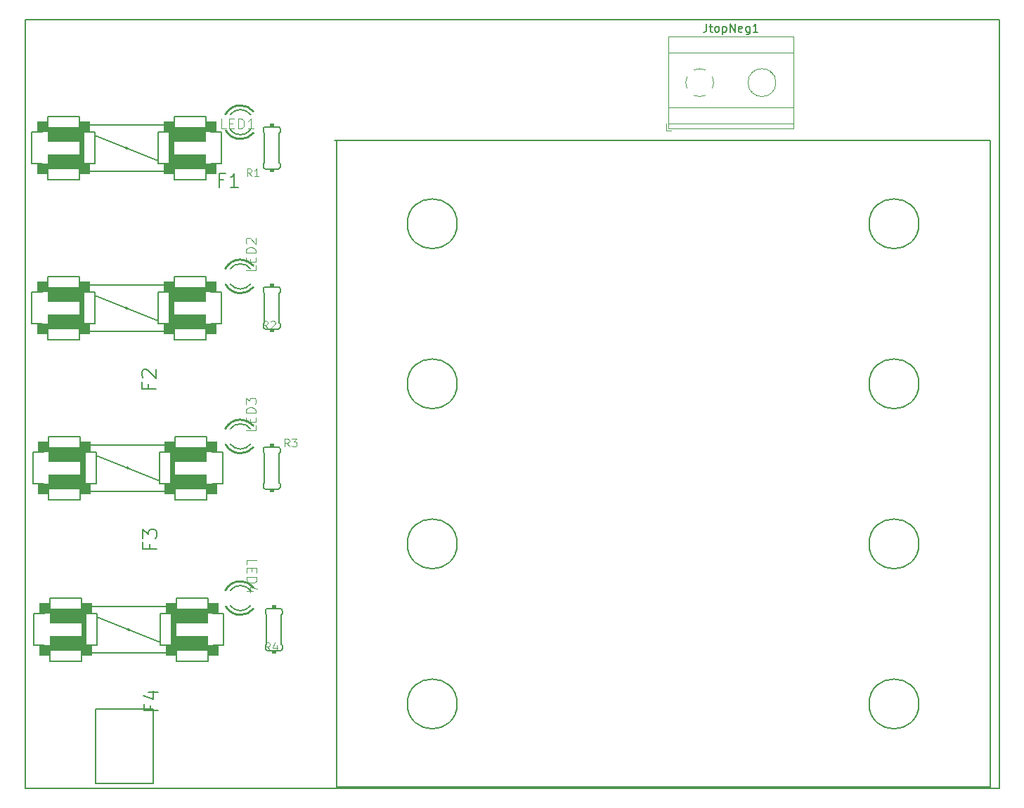
<source format=gbr>
G04 #@! TF.GenerationSoftware,KiCad,Pcbnew,(5.1.6)-1*
G04 #@! TF.CreationDate,2020-06-14T17:11:32+02:00*
G04 #@! TF.ProjectId,fuseboardv4,66757365-626f-4617-9264-76342e6b6963,rev?*
G04 #@! TF.SameCoordinates,Original*
G04 #@! TF.FileFunction,Legend,Top*
G04 #@! TF.FilePolarity,Positive*
%FSLAX46Y46*%
G04 Gerber Fmt 4.6, Leading zero omitted, Abs format (unit mm)*
G04 Created by KiCad (PCBNEW (5.1.6)-1) date 2020-06-14 17:11:32*
%MOMM*%
%LPD*%
G01*
G04 APERTURE LIST*
G04 #@! TA.AperFunction,Profile*
%ADD10C,0.150000*%
G04 #@! TD*
%ADD11C,0.150000*%
%ADD12C,0.127000*%
%ADD13C,0.120000*%
%ADD14C,0.100000*%
%ADD15C,0.152400*%
%ADD16C,0.254000*%
%ADD17C,0.168910*%
%ADD18C,0.120650*%
%ADD19C,0.094107*%
G04 APERTURE END LIST*
D10*
X87630000Y-147320000D02*
X205000000Y-147320000D01*
X205000000Y-54610000D02*
X87630000Y-54610000D01*
X87630000Y-54610000D02*
X87630000Y-147320000D01*
X205000000Y-54610000D02*
X205000000Y-147320000D01*
D11*
X195313000Y-137160000D02*
G75*
G03*
X195313000Y-137160000I-3000000J0D01*
G01*
X195313000Y-79248000D02*
G75*
G03*
X195313000Y-79248000I-3000000J0D01*
G01*
X195313000Y-117856000D02*
G75*
G03*
X195313000Y-117856000I-3000000J0D01*
G01*
X195313000Y-98552000D02*
G75*
G03*
X195313000Y-98552000I-3000000J0D01*
G01*
X139687000Y-137160000D02*
G75*
G03*
X139687000Y-137160000I-3000000J0D01*
G01*
X139687000Y-117856000D02*
G75*
G03*
X139687000Y-117856000I-3000000J0D01*
G01*
X139687000Y-98552000D02*
G75*
G03*
X139687000Y-98552000I-3000000J0D01*
G01*
X139687000Y-79248000D02*
G75*
G03*
X139687000Y-79248000I-3000000J0D01*
G01*
D12*
X125130000Y-69215000D02*
X203870000Y-69215000D01*
X203870000Y-69215000D02*
X203870000Y-147193000D01*
X124876000Y-69215000D02*
X125130000Y-69215000D01*
X125130000Y-147193000D02*
X203870000Y-147193000D01*
X125130000Y-69215000D02*
X125130000Y-147193000D01*
D13*
X178090000Y-62230000D02*
G75*
G03*
X178090000Y-62230000I-1680000J0D01*
G01*
X165100000Y-67130000D02*
X180220000Y-67130000D01*
X165100000Y-65230000D02*
X180220000Y-65230000D01*
X165100000Y-58630000D02*
X180220000Y-58630000D01*
X165100000Y-56670000D02*
X165100000Y-67790000D01*
X165100000Y-67790000D02*
X180220000Y-67790000D01*
X180220000Y-67790000D02*
X180220000Y-56670000D01*
X180220000Y-56670000D02*
X165100000Y-56670000D01*
X177685000Y-61161000D02*
X177638000Y-61207000D01*
X175376000Y-63469000D02*
X175341000Y-63504000D01*
X177480000Y-60955000D02*
X177445000Y-60991000D01*
X175183000Y-63253000D02*
X175136000Y-63299000D01*
X164860000Y-67190000D02*
X164860000Y-68030000D01*
X164860000Y-68030000D02*
X165460000Y-68030000D01*
X168938805Y-63910253D02*
G75*
G02*
X168226000Y-63765000I-28805J1680253D01*
G01*
X167374574Y-62913042D02*
G75*
G02*
X167375000Y-61546000I1535426J683042D01*
G01*
X168226958Y-60694574D02*
G75*
G02*
X169594000Y-60695000I683042J-1535426D01*
G01*
X170445426Y-61546958D02*
G75*
G02*
X170445000Y-62914000I-1535426J-683042D01*
G01*
X169593318Y-63764756D02*
G75*
G02*
X168910000Y-63910000I-683318J1534756D01*
G01*
D11*
X96106100Y-137740000D02*
X103106100Y-137740000D01*
X103106100Y-137740000D02*
X103106100Y-146740000D01*
X103106100Y-146740000D02*
X96106100Y-146740000D01*
X96106100Y-146740000D02*
X96106100Y-137740000D01*
D14*
G36*
X94145100Y-67564000D02*
G01*
X90335100Y-67564000D01*
X90335100Y-69342000D01*
X94145100Y-69342000D01*
X94145100Y-67564000D01*
G37*
G36*
X94145100Y-70866000D02*
G01*
X90335100Y-70866000D01*
X90335100Y-72644000D01*
X94145100Y-72644000D01*
X94145100Y-70866000D01*
G37*
G36*
X90335100Y-66929000D02*
G01*
X89065100Y-66929000D01*
X89065100Y-68199000D01*
X90335100Y-68199000D01*
X90335100Y-66929000D01*
G37*
G36*
X90335100Y-72009000D02*
G01*
X89065100Y-72009000D01*
X89065100Y-73279000D01*
X90335100Y-73279000D01*
X90335100Y-72009000D01*
G37*
G36*
X94780100Y-67564000D02*
G01*
X94145100Y-67564000D01*
X94145100Y-72644000D01*
X94780100Y-72644000D01*
X94780100Y-67564000D01*
G37*
G36*
X95415100Y-66929000D02*
G01*
X94145100Y-66929000D01*
X94145100Y-68199000D01*
X95415100Y-68199000D01*
X95415100Y-66929000D01*
G37*
G36*
X95415100Y-72009000D02*
G01*
X94145100Y-72009000D01*
X94145100Y-73279000D01*
X95415100Y-73279000D01*
X95415100Y-72009000D01*
G37*
G36*
X109385100Y-67564000D02*
G01*
X105575100Y-67564000D01*
X105575100Y-69342000D01*
X109385100Y-69342000D01*
X109385100Y-67564000D01*
G37*
G36*
X109385100Y-70866000D02*
G01*
X105575100Y-70866000D01*
X105575100Y-72644000D01*
X109385100Y-72644000D01*
X109385100Y-70866000D01*
G37*
G36*
X105575100Y-67564000D02*
G01*
X104940100Y-67564000D01*
X104940100Y-72644000D01*
X105575100Y-72644000D01*
X105575100Y-67564000D01*
G37*
G36*
X105575100Y-66929000D02*
G01*
X104305100Y-66929000D01*
X104305100Y-68199000D01*
X105575100Y-68199000D01*
X105575100Y-66929000D01*
G37*
G36*
X105575100Y-72009000D02*
G01*
X104305100Y-72009000D01*
X104305100Y-73279000D01*
X105575100Y-73279000D01*
X105575100Y-72009000D01*
G37*
G36*
X110655100Y-66929000D02*
G01*
X109385100Y-66929000D01*
X109385100Y-68199000D01*
X110655100Y-68199000D01*
X110655100Y-66929000D01*
G37*
G36*
X110655100Y-72009000D02*
G01*
X109385100Y-72009000D01*
X109385100Y-73279000D01*
X110655100Y-73279000D01*
X110655100Y-72009000D01*
G37*
D15*
X99987100Y-70104000D02*
G75*
G03*
X99987100Y-70104000I-127000J0D01*
G01*
X96050100Y-68580000D02*
X96050100Y-72009000D01*
X103670100Y-71628000D02*
X103670100Y-68199000D01*
X103670100Y-71628000D02*
X96050100Y-68580000D01*
X104305100Y-67310000D02*
X95415100Y-67310000D01*
X104305100Y-72898000D02*
X95415100Y-72898000D01*
X88430100Y-68199000D02*
X89700100Y-68199000D01*
X88430100Y-72009000D02*
X88430100Y-68199000D01*
X89700100Y-72009000D02*
X88430100Y-72009000D01*
X90335100Y-66294000D02*
X90335100Y-67564000D01*
X90335100Y-66294000D02*
X94145100Y-66294000D01*
X94145100Y-67564000D02*
X94145100Y-66294000D01*
X90335100Y-72644000D02*
X90335100Y-73914000D01*
X94145100Y-73914000D02*
X90335100Y-73914000D01*
X94145100Y-72644000D02*
X94145100Y-73914000D01*
X96050100Y-68199000D02*
X94780100Y-68199000D01*
X96050100Y-68199000D02*
X96050100Y-68580000D01*
X94780100Y-72009000D02*
X96050100Y-72009000D01*
X103670100Y-68199000D02*
X104940100Y-68199000D01*
X103670100Y-72009000D02*
X103670100Y-71628000D01*
X104940100Y-72009000D02*
X103670100Y-72009000D01*
X105575100Y-66294000D02*
X105575100Y-67564000D01*
X105575100Y-66294000D02*
X109385100Y-66294000D01*
X109385100Y-67564000D02*
X109385100Y-66294000D01*
X105575100Y-72644000D02*
X105575100Y-73914000D01*
X109385100Y-73914000D02*
X105575100Y-73914000D01*
X109385100Y-72644000D02*
X109385100Y-73914000D01*
X111290100Y-68199000D02*
X110020100Y-68199000D01*
X111290100Y-68199000D02*
X111290100Y-72009000D01*
X110020100Y-72009000D02*
X111290100Y-72009000D01*
D14*
G36*
X94145100Y-86868000D02*
G01*
X90335100Y-86868000D01*
X90335100Y-88646000D01*
X94145100Y-88646000D01*
X94145100Y-86868000D01*
G37*
G36*
X94145100Y-90170000D02*
G01*
X90335100Y-90170000D01*
X90335100Y-91948000D01*
X94145100Y-91948000D01*
X94145100Y-90170000D01*
G37*
G36*
X90335100Y-86233000D02*
G01*
X89065100Y-86233000D01*
X89065100Y-87503000D01*
X90335100Y-87503000D01*
X90335100Y-86233000D01*
G37*
G36*
X90335100Y-91313000D02*
G01*
X89065100Y-91313000D01*
X89065100Y-92583000D01*
X90335100Y-92583000D01*
X90335100Y-91313000D01*
G37*
G36*
X94780100Y-86868000D02*
G01*
X94145100Y-86868000D01*
X94145100Y-91948000D01*
X94780100Y-91948000D01*
X94780100Y-86868000D01*
G37*
G36*
X95415100Y-86233000D02*
G01*
X94145100Y-86233000D01*
X94145100Y-87503000D01*
X95415100Y-87503000D01*
X95415100Y-86233000D01*
G37*
G36*
X95415100Y-91313000D02*
G01*
X94145100Y-91313000D01*
X94145100Y-92583000D01*
X95415100Y-92583000D01*
X95415100Y-91313000D01*
G37*
G36*
X109385100Y-86868000D02*
G01*
X105575100Y-86868000D01*
X105575100Y-88646000D01*
X109385100Y-88646000D01*
X109385100Y-86868000D01*
G37*
G36*
X109385100Y-90170000D02*
G01*
X105575100Y-90170000D01*
X105575100Y-91948000D01*
X109385100Y-91948000D01*
X109385100Y-90170000D01*
G37*
G36*
X105575100Y-86868000D02*
G01*
X104940100Y-86868000D01*
X104940100Y-91948000D01*
X105575100Y-91948000D01*
X105575100Y-86868000D01*
G37*
G36*
X105575100Y-86233000D02*
G01*
X104305100Y-86233000D01*
X104305100Y-87503000D01*
X105575100Y-87503000D01*
X105575100Y-86233000D01*
G37*
G36*
X105575100Y-91313000D02*
G01*
X104305100Y-91313000D01*
X104305100Y-92583000D01*
X105575100Y-92583000D01*
X105575100Y-91313000D01*
G37*
G36*
X110655100Y-86233000D02*
G01*
X109385100Y-86233000D01*
X109385100Y-87503000D01*
X110655100Y-87503000D01*
X110655100Y-86233000D01*
G37*
G36*
X110655100Y-91313000D02*
G01*
X109385100Y-91313000D01*
X109385100Y-92583000D01*
X110655100Y-92583000D01*
X110655100Y-91313000D01*
G37*
D15*
X99987100Y-89408000D02*
G75*
G03*
X99987100Y-89408000I-127000J0D01*
G01*
X96050100Y-87884000D02*
X96050100Y-91313000D01*
X103670100Y-90932000D02*
X103670100Y-87503000D01*
X103670100Y-90932000D02*
X96050100Y-87884000D01*
X104305100Y-86614000D02*
X95415100Y-86614000D01*
X104305100Y-92202000D02*
X95415100Y-92202000D01*
X88430100Y-87503000D02*
X89700100Y-87503000D01*
X88430100Y-91313000D02*
X88430100Y-87503000D01*
X89700100Y-91313000D02*
X88430100Y-91313000D01*
X90335100Y-85598000D02*
X90335100Y-86868000D01*
X90335100Y-85598000D02*
X94145100Y-85598000D01*
X94145100Y-86868000D02*
X94145100Y-85598000D01*
X90335100Y-91948000D02*
X90335100Y-93218000D01*
X94145100Y-93218000D02*
X90335100Y-93218000D01*
X94145100Y-91948000D02*
X94145100Y-93218000D01*
X96050100Y-87503000D02*
X94780100Y-87503000D01*
X96050100Y-87503000D02*
X96050100Y-87884000D01*
X94780100Y-91313000D02*
X96050100Y-91313000D01*
X103670100Y-87503000D02*
X104940100Y-87503000D01*
X103670100Y-91313000D02*
X103670100Y-90932000D01*
X104940100Y-91313000D02*
X103670100Y-91313000D01*
X105575100Y-85598000D02*
X105575100Y-86868000D01*
X105575100Y-85598000D02*
X109385100Y-85598000D01*
X109385100Y-86868000D02*
X109385100Y-85598000D01*
X105575100Y-91948000D02*
X105575100Y-93218000D01*
X109385100Y-93218000D02*
X105575100Y-93218000D01*
X109385100Y-91948000D02*
X109385100Y-93218000D01*
X111290100Y-87503000D02*
X110020100Y-87503000D01*
X111290100Y-87503000D02*
X111290100Y-91313000D01*
X110020100Y-91313000D02*
X111290100Y-91313000D01*
D14*
G36*
X94272100Y-106172000D02*
G01*
X90462100Y-106172000D01*
X90462100Y-107950000D01*
X94272100Y-107950000D01*
X94272100Y-106172000D01*
G37*
G36*
X94272100Y-109474000D02*
G01*
X90462100Y-109474000D01*
X90462100Y-111252000D01*
X94272100Y-111252000D01*
X94272100Y-109474000D01*
G37*
G36*
X90462100Y-105537000D02*
G01*
X89192100Y-105537000D01*
X89192100Y-106807000D01*
X90462100Y-106807000D01*
X90462100Y-105537000D01*
G37*
G36*
X90462100Y-110617000D02*
G01*
X89192100Y-110617000D01*
X89192100Y-111887000D01*
X90462100Y-111887000D01*
X90462100Y-110617000D01*
G37*
G36*
X94907100Y-106172000D02*
G01*
X94272100Y-106172000D01*
X94272100Y-111252000D01*
X94907100Y-111252000D01*
X94907100Y-106172000D01*
G37*
G36*
X95542100Y-105537000D02*
G01*
X94272100Y-105537000D01*
X94272100Y-106807000D01*
X95542100Y-106807000D01*
X95542100Y-105537000D01*
G37*
G36*
X95542100Y-110617000D02*
G01*
X94272100Y-110617000D01*
X94272100Y-111887000D01*
X95542100Y-111887000D01*
X95542100Y-110617000D01*
G37*
G36*
X109512100Y-106172000D02*
G01*
X105702100Y-106172000D01*
X105702100Y-107950000D01*
X109512100Y-107950000D01*
X109512100Y-106172000D01*
G37*
G36*
X109512100Y-109474000D02*
G01*
X105702100Y-109474000D01*
X105702100Y-111252000D01*
X109512100Y-111252000D01*
X109512100Y-109474000D01*
G37*
G36*
X105702100Y-106172000D02*
G01*
X105067100Y-106172000D01*
X105067100Y-111252000D01*
X105702100Y-111252000D01*
X105702100Y-106172000D01*
G37*
G36*
X105702100Y-105537000D02*
G01*
X104432100Y-105537000D01*
X104432100Y-106807000D01*
X105702100Y-106807000D01*
X105702100Y-105537000D01*
G37*
G36*
X105702100Y-110617000D02*
G01*
X104432100Y-110617000D01*
X104432100Y-111887000D01*
X105702100Y-111887000D01*
X105702100Y-110617000D01*
G37*
G36*
X110782100Y-105537000D02*
G01*
X109512100Y-105537000D01*
X109512100Y-106807000D01*
X110782100Y-106807000D01*
X110782100Y-105537000D01*
G37*
G36*
X110782100Y-110617000D02*
G01*
X109512100Y-110617000D01*
X109512100Y-111887000D01*
X110782100Y-111887000D01*
X110782100Y-110617000D01*
G37*
D15*
X100114100Y-108712000D02*
G75*
G03*
X100114100Y-108712000I-127000J0D01*
G01*
X96177100Y-107188000D02*
X96177100Y-110617000D01*
X103797100Y-110236000D02*
X103797100Y-106807000D01*
X103797100Y-110236000D02*
X96177100Y-107188000D01*
X104432100Y-105918000D02*
X95542100Y-105918000D01*
X104432100Y-111506000D02*
X95542100Y-111506000D01*
X88557100Y-106807000D02*
X89827100Y-106807000D01*
X88557100Y-110617000D02*
X88557100Y-106807000D01*
X89827100Y-110617000D02*
X88557100Y-110617000D01*
X90462100Y-104902000D02*
X90462100Y-106172000D01*
X90462100Y-104902000D02*
X94272100Y-104902000D01*
X94272100Y-106172000D02*
X94272100Y-104902000D01*
X90462100Y-111252000D02*
X90462100Y-112522000D01*
X94272100Y-112522000D02*
X90462100Y-112522000D01*
X94272100Y-111252000D02*
X94272100Y-112522000D01*
X96177100Y-106807000D02*
X94907100Y-106807000D01*
X96177100Y-106807000D02*
X96177100Y-107188000D01*
X94907100Y-110617000D02*
X96177100Y-110617000D01*
X103797100Y-106807000D02*
X105067100Y-106807000D01*
X103797100Y-110617000D02*
X103797100Y-110236000D01*
X105067100Y-110617000D02*
X103797100Y-110617000D01*
X105702100Y-104902000D02*
X105702100Y-106172000D01*
X105702100Y-104902000D02*
X109512100Y-104902000D01*
X109512100Y-106172000D02*
X109512100Y-104902000D01*
X105702100Y-111252000D02*
X105702100Y-112522000D01*
X109512100Y-112522000D02*
X105702100Y-112522000D01*
X109512100Y-111252000D02*
X109512100Y-112522000D01*
X111417100Y-106807000D02*
X110147100Y-106807000D01*
X111417100Y-106807000D02*
X111417100Y-110617000D01*
X110147100Y-110617000D02*
X111417100Y-110617000D01*
D14*
G36*
X94399100Y-125666500D02*
G01*
X90589100Y-125666500D01*
X90589100Y-127444500D01*
X94399100Y-127444500D01*
X94399100Y-125666500D01*
G37*
G36*
X94399100Y-128968500D02*
G01*
X90589100Y-128968500D01*
X90589100Y-130746500D01*
X94399100Y-130746500D01*
X94399100Y-128968500D01*
G37*
G36*
X90589100Y-125031500D02*
G01*
X89319100Y-125031500D01*
X89319100Y-126301500D01*
X90589100Y-126301500D01*
X90589100Y-125031500D01*
G37*
G36*
X90589100Y-130111500D02*
G01*
X89319100Y-130111500D01*
X89319100Y-131381500D01*
X90589100Y-131381500D01*
X90589100Y-130111500D01*
G37*
G36*
X95034100Y-125666500D02*
G01*
X94399100Y-125666500D01*
X94399100Y-130746500D01*
X95034100Y-130746500D01*
X95034100Y-125666500D01*
G37*
G36*
X95669100Y-125031500D02*
G01*
X94399100Y-125031500D01*
X94399100Y-126301500D01*
X95669100Y-126301500D01*
X95669100Y-125031500D01*
G37*
G36*
X95669100Y-130111500D02*
G01*
X94399100Y-130111500D01*
X94399100Y-131381500D01*
X95669100Y-131381500D01*
X95669100Y-130111500D01*
G37*
G36*
X109639100Y-125666500D02*
G01*
X105829100Y-125666500D01*
X105829100Y-127444500D01*
X109639100Y-127444500D01*
X109639100Y-125666500D01*
G37*
G36*
X109639100Y-128968500D02*
G01*
X105829100Y-128968500D01*
X105829100Y-130746500D01*
X109639100Y-130746500D01*
X109639100Y-128968500D01*
G37*
G36*
X105829100Y-125666500D02*
G01*
X105194100Y-125666500D01*
X105194100Y-130746500D01*
X105829100Y-130746500D01*
X105829100Y-125666500D01*
G37*
G36*
X105829100Y-125031500D02*
G01*
X104559100Y-125031500D01*
X104559100Y-126301500D01*
X105829100Y-126301500D01*
X105829100Y-125031500D01*
G37*
G36*
X105829100Y-130111500D02*
G01*
X104559100Y-130111500D01*
X104559100Y-131381500D01*
X105829100Y-131381500D01*
X105829100Y-130111500D01*
G37*
G36*
X110909100Y-125031500D02*
G01*
X109639100Y-125031500D01*
X109639100Y-126301500D01*
X110909100Y-126301500D01*
X110909100Y-125031500D01*
G37*
G36*
X110909100Y-130111500D02*
G01*
X109639100Y-130111500D01*
X109639100Y-131381500D01*
X110909100Y-131381500D01*
X110909100Y-130111500D01*
G37*
D15*
X100241100Y-128206500D02*
G75*
G03*
X100241100Y-128206500I-127000J0D01*
G01*
X96304100Y-126682500D02*
X96304100Y-130111500D01*
X103924100Y-129730500D02*
X103924100Y-126301500D01*
X103924100Y-129730500D02*
X96304100Y-126682500D01*
X104559100Y-125412500D02*
X95669100Y-125412500D01*
X104559100Y-131000500D02*
X95669100Y-131000500D01*
X88684100Y-126301500D02*
X89954100Y-126301500D01*
X88684100Y-130111500D02*
X88684100Y-126301500D01*
X89954100Y-130111500D02*
X88684100Y-130111500D01*
X90589100Y-124396500D02*
X90589100Y-125666500D01*
X90589100Y-124396500D02*
X94399100Y-124396500D01*
X94399100Y-125666500D02*
X94399100Y-124396500D01*
X90589100Y-130746500D02*
X90589100Y-132016500D01*
X94399100Y-132016500D02*
X90589100Y-132016500D01*
X94399100Y-130746500D02*
X94399100Y-132016500D01*
X96304100Y-126301500D02*
X95034100Y-126301500D01*
X96304100Y-126301500D02*
X96304100Y-126682500D01*
X95034100Y-130111500D02*
X96304100Y-130111500D01*
X103924100Y-126301500D02*
X105194100Y-126301500D01*
X103924100Y-130111500D02*
X103924100Y-129730500D01*
X105194100Y-130111500D02*
X103924100Y-130111500D01*
X105829100Y-124396500D02*
X105829100Y-125666500D01*
X105829100Y-124396500D02*
X109639100Y-124396500D01*
X109639100Y-125666500D02*
X109639100Y-124396500D01*
X105829100Y-130746500D02*
X105829100Y-132016500D01*
X109639100Y-132016500D02*
X105829100Y-132016500D01*
X109639100Y-130746500D02*
X109639100Y-132016500D01*
X111544100Y-126301500D02*
X110274100Y-126301500D01*
X111544100Y-126301500D02*
X111544100Y-130111500D01*
X110274100Y-130111500D02*
X111544100Y-130111500D01*
D16*
X113576100Y-69032000D02*
G75*
G02*
X111811800Y-68008200I-56J2032000D01*
G01*
X115127300Y-68312600D02*
G75*
G02*
X113576100Y-69032000I-1551163J1312600D01*
G01*
X113576100Y-64968000D02*
G75*
G03*
X111783200Y-66043800I60J-2032000D01*
G01*
X115137100Y-65699100D02*
G75*
G03*
X113576100Y-64968000I-1560988J-1300900D01*
G01*
D15*
X113576100Y-68524000D02*
G75*
G02*
X112373100Y-67935600I8J1524000D01*
G01*
X114779100Y-67935600D02*
G75*
G02*
X113576100Y-68524000I-1203008J935600D01*
G01*
X113576100Y-65476000D02*
G75*
G03*
X112356900Y-66085600I0J-1524000D01*
G01*
X114816200Y-66114199D02*
G75*
G03*
X113576100Y-65476000I-1240134J-885801D01*
G01*
D16*
X113576100Y-87630000D02*
G75*
G02*
X111811800Y-86606200I-56J2032000D01*
G01*
X115127300Y-86910600D02*
G75*
G02*
X113576100Y-87630000I-1551163J1312600D01*
G01*
X113576100Y-83566000D02*
G75*
G03*
X111783200Y-84641800I60J-2032000D01*
G01*
X115137100Y-84297100D02*
G75*
G03*
X113576100Y-83566000I-1560988J-1300900D01*
G01*
D15*
X113576100Y-87122000D02*
G75*
G02*
X112373100Y-86533600I8J1524000D01*
G01*
X114779100Y-86533600D02*
G75*
G02*
X113576100Y-87122000I-1203008J935600D01*
G01*
X113576100Y-84074000D02*
G75*
G03*
X112356900Y-84683600I0J-1524000D01*
G01*
X114816200Y-84712199D02*
G75*
G03*
X113576100Y-84074000I-1240134J-885801D01*
G01*
D16*
X113576100Y-106934000D02*
G75*
G02*
X111811800Y-105910200I-56J2032000D01*
G01*
X115127300Y-106214600D02*
G75*
G02*
X113576100Y-106934000I-1551163J1312600D01*
G01*
X113576100Y-102870000D02*
G75*
G03*
X111783200Y-103945800I60J-2032000D01*
G01*
X115137100Y-103601100D02*
G75*
G03*
X113576100Y-102870000I-1560988J-1300900D01*
G01*
D15*
X113576100Y-106426000D02*
G75*
G02*
X112373100Y-105837600I8J1524000D01*
G01*
X114779100Y-105837600D02*
G75*
G02*
X113576100Y-106426000I-1203008J935600D01*
G01*
X113576100Y-103378000D02*
G75*
G03*
X112356900Y-103987600I0J-1524000D01*
G01*
X114816200Y-104016199D02*
G75*
G03*
X113576100Y-103378000I-1240134J-885801D01*
G01*
D16*
X113576100Y-126428500D02*
G75*
G02*
X111811800Y-125404700I-56J2032000D01*
G01*
X115127300Y-125709100D02*
G75*
G02*
X113576100Y-126428500I-1551163J1312600D01*
G01*
X113576100Y-122364500D02*
G75*
G03*
X111783200Y-123440300I60J-2032000D01*
G01*
X115137100Y-123095600D02*
G75*
G03*
X113576100Y-122364500I-1560988J-1300900D01*
G01*
D15*
X113576100Y-125920500D02*
G75*
G02*
X112373100Y-125332100I8J1524000D01*
G01*
X114779100Y-125332100D02*
G75*
G02*
X113576100Y-125920500I-1203008J935600D01*
G01*
X113576100Y-122872500D02*
G75*
G03*
X112356900Y-123482100I0J-1524000D01*
G01*
X114816200Y-123510699D02*
G75*
G03*
X113576100Y-122872500I-1240134J-885801D01*
G01*
D14*
G36*
X117602000Y-73025000D02*
G01*
X117602000Y-72644000D01*
X117094000Y-72644000D01*
X117094000Y-73025000D01*
X117602000Y-73025000D01*
G37*
G36*
X117602000Y-67564000D02*
G01*
X117602000Y-67183000D01*
X117094000Y-67183000D01*
X117094000Y-67564000D01*
X117602000Y-67564000D01*
G37*
D15*
X118110000Y-67564000D02*
X116586000Y-67564000D01*
X118364000Y-67818000D02*
X118364000Y-68199000D01*
X116332000Y-67818000D02*
X116332000Y-68199000D01*
X118237000Y-68326000D02*
X118237000Y-71882000D01*
X118237000Y-68326000D02*
X118364000Y-68199000D01*
X116459000Y-68326000D02*
X116459000Y-71882000D01*
X116459000Y-68326000D02*
X116332000Y-68199000D01*
X118237000Y-71882000D02*
X118364000Y-72009000D01*
X118364000Y-72390000D02*
X118364000Y-72009000D01*
X116459000Y-71882000D02*
X116332000Y-72009000D01*
X116332000Y-72390000D02*
X116332000Y-72009000D01*
X118110000Y-72644000D02*
X116586000Y-72644000D01*
X116586000Y-67564000D02*
G75*
G03*
X116332000Y-67818000I0J-254000D01*
G01*
X118110000Y-67564000D02*
G75*
G02*
X118364000Y-67818000I0J-254000D01*
G01*
X118364000Y-72390000D02*
G75*
G02*
X118110000Y-72644000I-254000J0D01*
G01*
X116332000Y-72390000D02*
G75*
G03*
X116586000Y-72644000I254000J0D01*
G01*
D14*
G36*
X117602000Y-92329000D02*
G01*
X117602000Y-91948000D01*
X117094000Y-91948000D01*
X117094000Y-92329000D01*
X117602000Y-92329000D01*
G37*
G36*
X117602000Y-86868000D02*
G01*
X117602000Y-86487000D01*
X117094000Y-86487000D01*
X117094000Y-86868000D01*
X117602000Y-86868000D01*
G37*
D15*
X118110000Y-86868000D02*
X116586000Y-86868000D01*
X118364000Y-87122000D02*
X118364000Y-87503000D01*
X116332000Y-87122000D02*
X116332000Y-87503000D01*
X118237000Y-87630000D02*
X118237000Y-91186000D01*
X118237000Y-87630000D02*
X118364000Y-87503000D01*
X116459000Y-87630000D02*
X116459000Y-91186000D01*
X116459000Y-87630000D02*
X116332000Y-87503000D01*
X118237000Y-91186000D02*
X118364000Y-91313000D01*
X118364000Y-91694000D02*
X118364000Y-91313000D01*
X116459000Y-91186000D02*
X116332000Y-91313000D01*
X116332000Y-91694000D02*
X116332000Y-91313000D01*
X118110000Y-91948000D02*
X116586000Y-91948000D01*
X116586000Y-86868000D02*
G75*
G03*
X116332000Y-87122000I0J-254000D01*
G01*
X118110000Y-86868000D02*
G75*
G02*
X118364000Y-87122000I0J-254000D01*
G01*
X118364000Y-91694000D02*
G75*
G02*
X118110000Y-91948000I-254000J0D01*
G01*
X116332000Y-91694000D02*
G75*
G03*
X116586000Y-91948000I254000J0D01*
G01*
D14*
G36*
X117094000Y-105791000D02*
G01*
X117094000Y-106172000D01*
X117602000Y-106172000D01*
X117602000Y-105791000D01*
X117094000Y-105791000D01*
G37*
G36*
X117094000Y-111252000D02*
G01*
X117094000Y-111633000D01*
X117602000Y-111633000D01*
X117602000Y-111252000D01*
X117094000Y-111252000D01*
G37*
D15*
X116586000Y-111252000D02*
X118110000Y-111252000D01*
X116332000Y-110998000D02*
X116332000Y-110617000D01*
X118364000Y-110998000D02*
X118364000Y-110617000D01*
X116459000Y-110490000D02*
X116459000Y-106934000D01*
X116459000Y-110490000D02*
X116332000Y-110617000D01*
X118237000Y-110490000D02*
X118237000Y-106934000D01*
X118237000Y-110490000D02*
X118364000Y-110617000D01*
X116459000Y-106934000D02*
X116332000Y-106807000D01*
X116332000Y-106426000D02*
X116332000Y-106807000D01*
X118237000Y-106934000D02*
X118364000Y-106807000D01*
X118364000Y-106426000D02*
X118364000Y-106807000D01*
X116586000Y-106172000D02*
X118110000Y-106172000D01*
X118110000Y-111252000D02*
G75*
G03*
X118364000Y-110998000I0J254000D01*
G01*
X116586000Y-111252000D02*
G75*
G02*
X116332000Y-110998000I0J254000D01*
G01*
X116332000Y-106426000D02*
G75*
G02*
X116586000Y-106172000I254000J0D01*
G01*
X118364000Y-106426000D02*
G75*
G03*
X118110000Y-106172000I-254000J0D01*
G01*
D14*
G36*
X117856000Y-131127500D02*
G01*
X117856000Y-130746500D01*
X117348000Y-130746500D01*
X117348000Y-131127500D01*
X117856000Y-131127500D01*
G37*
G36*
X117856000Y-125666500D02*
G01*
X117856000Y-125285500D01*
X117348000Y-125285500D01*
X117348000Y-125666500D01*
X117856000Y-125666500D01*
G37*
D15*
X118364000Y-125666500D02*
X116840000Y-125666500D01*
X118618000Y-125920500D02*
X118618000Y-126301500D01*
X116586000Y-125920500D02*
X116586000Y-126301500D01*
X118491000Y-126428500D02*
X118491000Y-129984500D01*
X118491000Y-126428500D02*
X118618000Y-126301500D01*
X116713000Y-126428500D02*
X116713000Y-129984500D01*
X116713000Y-126428500D02*
X116586000Y-126301500D01*
X118491000Y-129984500D02*
X118618000Y-130111500D01*
X118618000Y-130492500D02*
X118618000Y-130111500D01*
X116713000Y-129984500D02*
X116586000Y-130111500D01*
X116586000Y-130492500D02*
X116586000Y-130111500D01*
X118364000Y-130746500D02*
X116840000Y-130746500D01*
X116840000Y-125666500D02*
G75*
G03*
X116586000Y-125920500I0J-254000D01*
G01*
X118364000Y-125666500D02*
G75*
G02*
X118618000Y-125920500I0J-254000D01*
G01*
X118618000Y-130492500D02*
G75*
G02*
X118364000Y-130746500I-254000J0D01*
G01*
X116586000Y-130492500D02*
G75*
G03*
X116840000Y-130746500I254000J0D01*
G01*
D11*
X169731428Y-55122380D02*
X169731428Y-55836666D01*
X169683809Y-55979523D01*
X169588571Y-56074761D01*
X169445714Y-56122380D01*
X169350476Y-56122380D01*
X170064761Y-55455714D02*
X170445714Y-55455714D01*
X170207619Y-55122380D02*
X170207619Y-55979523D01*
X170255238Y-56074761D01*
X170350476Y-56122380D01*
X170445714Y-56122380D01*
X170921904Y-56122380D02*
X170826666Y-56074761D01*
X170779047Y-56027142D01*
X170731428Y-55931904D01*
X170731428Y-55646190D01*
X170779047Y-55550952D01*
X170826666Y-55503333D01*
X170921904Y-55455714D01*
X171064761Y-55455714D01*
X171160000Y-55503333D01*
X171207619Y-55550952D01*
X171255238Y-55646190D01*
X171255238Y-55931904D01*
X171207619Y-56027142D01*
X171160000Y-56074761D01*
X171064761Y-56122380D01*
X170921904Y-56122380D01*
X171683809Y-55455714D02*
X171683809Y-56455714D01*
X171683809Y-55503333D02*
X171779047Y-55455714D01*
X171969523Y-55455714D01*
X172064761Y-55503333D01*
X172112380Y-55550952D01*
X172160000Y-55646190D01*
X172160000Y-55931904D01*
X172112380Y-56027142D01*
X172064761Y-56074761D01*
X171969523Y-56122380D01*
X171779047Y-56122380D01*
X171683809Y-56074761D01*
X172588571Y-56122380D02*
X172588571Y-55122380D01*
X173160000Y-56122380D01*
X173160000Y-55122380D01*
X174017142Y-56074761D02*
X173921904Y-56122380D01*
X173731428Y-56122380D01*
X173636190Y-56074761D01*
X173588571Y-55979523D01*
X173588571Y-55598571D01*
X173636190Y-55503333D01*
X173731428Y-55455714D01*
X173921904Y-55455714D01*
X174017142Y-55503333D01*
X174064761Y-55598571D01*
X174064761Y-55693809D01*
X173588571Y-55789047D01*
X174921904Y-55455714D02*
X174921904Y-56265238D01*
X174874285Y-56360476D01*
X174826666Y-56408095D01*
X174731428Y-56455714D01*
X174588571Y-56455714D01*
X174493333Y-56408095D01*
X174921904Y-56074761D02*
X174826666Y-56122380D01*
X174636190Y-56122380D01*
X174540952Y-56074761D01*
X174493333Y-56027142D01*
X174445714Y-55931904D01*
X174445714Y-55646190D01*
X174493333Y-55550952D01*
X174540952Y-55503333D01*
X174636190Y-55455714D01*
X174826666Y-55455714D01*
X174921904Y-55503333D01*
X175921904Y-56122380D02*
X175350476Y-56122380D01*
X175636190Y-56122380D02*
X175636190Y-55122380D01*
X175540952Y-55265238D01*
X175445714Y-55360476D01*
X175350476Y-55408095D01*
D17*
X111564991Y-73964800D02*
X111001958Y-73964800D01*
X111001958Y-74849566D02*
X111001958Y-73160466D01*
X111806291Y-73160466D01*
X113334524Y-74849566D02*
X112369324Y-74849566D01*
X112851924Y-74849566D02*
X112851924Y-73160466D01*
X112691058Y-73401766D01*
X112530191Y-73562633D01*
X112369324Y-73643066D01*
X102489000Y-98594058D02*
X102489000Y-99157091D01*
X103373766Y-99157091D02*
X101684666Y-99157091D01*
X101684666Y-98352758D01*
X101845533Y-97789724D02*
X101765100Y-97709291D01*
X101684666Y-97548424D01*
X101684666Y-97146258D01*
X101765100Y-96985391D01*
X101845533Y-96904958D01*
X102006400Y-96824524D01*
X102167266Y-96824524D01*
X102408566Y-96904958D01*
X103373766Y-97870158D01*
X103373766Y-96824524D01*
X102616000Y-117898058D02*
X102616000Y-118461091D01*
X103500766Y-118461091D02*
X101811666Y-118461091D01*
X101811666Y-117656758D01*
X101811666Y-117174158D02*
X101811666Y-116128524D01*
X102455133Y-116691558D01*
X102455133Y-116450258D01*
X102535566Y-116289391D01*
X102616000Y-116208958D01*
X102776866Y-116128524D01*
X103179033Y-116128524D01*
X103339900Y-116208958D01*
X103420333Y-116289391D01*
X103500766Y-116450258D01*
X103500766Y-116932858D01*
X103420333Y-117093724D01*
X103339900Y-117174158D01*
X102743000Y-137392558D02*
X102743000Y-137955591D01*
X103627766Y-137955591D02*
X101938666Y-137955591D01*
X101938666Y-137151258D01*
X102501700Y-135783891D02*
X103627766Y-135783891D01*
X101858233Y-136186058D02*
X103064733Y-136588224D01*
X103064733Y-135542591D01*
D18*
X111840629Y-67768047D02*
X111266106Y-67768047D01*
X111266106Y-66561547D01*
X112242796Y-67136071D02*
X112644963Y-67136071D01*
X112817320Y-67768047D02*
X112242796Y-67768047D01*
X112242796Y-66561547D01*
X112817320Y-66561547D01*
X113334391Y-67768047D02*
X113334391Y-66561547D01*
X113621653Y-66561547D01*
X113794010Y-66619000D01*
X113908915Y-66733904D01*
X113966367Y-66848809D01*
X114023820Y-67078619D01*
X114023820Y-67250976D01*
X113966367Y-67480785D01*
X113908915Y-67595690D01*
X113794010Y-67710595D01*
X113621653Y-67768047D01*
X113334391Y-67768047D01*
X115172867Y-67768047D02*
X114483439Y-67768047D01*
X114828153Y-67768047D02*
X114828153Y-66561547D01*
X114713248Y-66733904D01*
X114598344Y-66848809D01*
X114483439Y-66906261D01*
X115423647Y-84276791D02*
X115423647Y-84851315D01*
X114217147Y-84851315D01*
X114791671Y-83874625D02*
X114791671Y-83472458D01*
X115423647Y-83300101D02*
X115423647Y-83874625D01*
X114217147Y-83874625D01*
X114217147Y-83300101D01*
X115423647Y-82783029D02*
X114217147Y-82783029D01*
X114217147Y-82495767D01*
X114274600Y-82323410D01*
X114389504Y-82208506D01*
X114504409Y-82151053D01*
X114734219Y-82093601D01*
X114906576Y-82093601D01*
X115136385Y-82151053D01*
X115251290Y-82208506D01*
X115366195Y-82323410D01*
X115423647Y-82495767D01*
X115423647Y-82783029D01*
X114332052Y-81633982D02*
X114274600Y-81576529D01*
X114217147Y-81461625D01*
X114217147Y-81174363D01*
X114274600Y-81059458D01*
X114332052Y-81002006D01*
X114446957Y-80944553D01*
X114561861Y-80944553D01*
X114734219Y-81002006D01*
X115423647Y-81691434D01*
X115423647Y-80944553D01*
X115423647Y-103580791D02*
X115423647Y-104155315D01*
X114217147Y-104155315D01*
X114791671Y-103178625D02*
X114791671Y-102776458D01*
X115423647Y-102604101D02*
X115423647Y-103178625D01*
X114217147Y-103178625D01*
X114217147Y-102604101D01*
X115423647Y-102087029D02*
X114217147Y-102087029D01*
X114217147Y-101799767D01*
X114274600Y-101627410D01*
X114389504Y-101512506D01*
X114504409Y-101455053D01*
X114734219Y-101397601D01*
X114906576Y-101397601D01*
X115136385Y-101455053D01*
X115251290Y-101512506D01*
X115366195Y-101627410D01*
X115423647Y-101799767D01*
X115423647Y-102087029D01*
X114217147Y-100995434D02*
X114217147Y-100248553D01*
X114676766Y-100650720D01*
X114676766Y-100478363D01*
X114734219Y-100363458D01*
X114791671Y-100306006D01*
X114906576Y-100248553D01*
X115193838Y-100248553D01*
X115308742Y-100306006D01*
X115366195Y-100363458D01*
X115423647Y-100478363D01*
X115423647Y-100823077D01*
X115366195Y-100937982D01*
X115308742Y-100995434D01*
X114332052Y-120375029D02*
X114332052Y-119800506D01*
X115538552Y-119800506D01*
X114964028Y-120777196D02*
X114964028Y-121179363D01*
X114332052Y-121351720D02*
X114332052Y-120777196D01*
X115538552Y-120777196D01*
X115538552Y-121351720D01*
X114332052Y-121868791D02*
X115538552Y-121868791D01*
X115538552Y-122156053D01*
X115481100Y-122328410D01*
X115366195Y-122443315D01*
X115251290Y-122500767D01*
X115021480Y-122558220D01*
X114849123Y-122558220D01*
X114619314Y-122500767D01*
X114504409Y-122443315D01*
X114389504Y-122328410D01*
X114332052Y-122156053D01*
X114332052Y-121868791D01*
X115136385Y-123592363D02*
X114332052Y-123592363D01*
X115596004Y-123305101D02*
X114734219Y-123017839D01*
X114734219Y-123764720D01*
D19*
X114915921Y-73540257D02*
X114602231Y-73092128D01*
X114378167Y-73540257D02*
X114378167Y-72599187D01*
X114736670Y-72599187D01*
X114826296Y-72644000D01*
X114871109Y-72688812D01*
X114915921Y-72778438D01*
X114915921Y-72912877D01*
X114871109Y-73002502D01*
X114826296Y-73047315D01*
X114736670Y-73092128D01*
X114378167Y-73092128D01*
X115812179Y-73540257D02*
X115274424Y-73540257D01*
X115543301Y-73540257D02*
X115543301Y-72599187D01*
X115453676Y-72733625D01*
X115364050Y-72823251D01*
X115274424Y-72868064D01*
X116875588Y-91903187D02*
X116561898Y-91455058D01*
X116337833Y-91903187D02*
X116337833Y-90962117D01*
X116696336Y-90962117D01*
X116785962Y-91006930D01*
X116830775Y-91051742D01*
X116875588Y-91141368D01*
X116875588Y-91275807D01*
X116830775Y-91365432D01*
X116785962Y-91410245D01*
X116696336Y-91455058D01*
X116337833Y-91455058D01*
X117234090Y-91051742D02*
X117278903Y-91006930D01*
X117368529Y-90962117D01*
X117592593Y-90962117D01*
X117682219Y-91006930D01*
X117727032Y-91051742D01*
X117771845Y-91141368D01*
X117771845Y-91230994D01*
X117727032Y-91365432D01*
X117189278Y-91903187D01*
X117771845Y-91903187D01*
X119466388Y-106127187D02*
X119152698Y-105679058D01*
X118928633Y-106127187D02*
X118928633Y-105186117D01*
X119287136Y-105186117D01*
X119376762Y-105230930D01*
X119421575Y-105275742D01*
X119466388Y-105365368D01*
X119466388Y-105499807D01*
X119421575Y-105589432D01*
X119376762Y-105634245D01*
X119287136Y-105679058D01*
X118928633Y-105679058D01*
X119780078Y-105186117D02*
X120362645Y-105186117D01*
X120048955Y-105544620D01*
X120183393Y-105544620D01*
X120273019Y-105589432D01*
X120317832Y-105634245D01*
X120362645Y-105723871D01*
X120362645Y-105947935D01*
X120317832Y-106037561D01*
X120273019Y-106082374D01*
X120183393Y-106127187D01*
X119914516Y-106127187D01*
X119824890Y-106082374D01*
X119780078Y-106037561D01*
X117129588Y-130701687D02*
X116815898Y-130253558D01*
X116591833Y-130701687D02*
X116591833Y-129760617D01*
X116950336Y-129760617D01*
X117039962Y-129805430D01*
X117084775Y-129850242D01*
X117129588Y-129939868D01*
X117129588Y-130074307D01*
X117084775Y-130163932D01*
X117039962Y-130208745D01*
X116950336Y-130253558D01*
X116591833Y-130253558D01*
X117936219Y-130074307D02*
X117936219Y-130701687D01*
X117712155Y-129715804D02*
X117488090Y-130387997D01*
X118070658Y-130387997D01*
M02*

</source>
